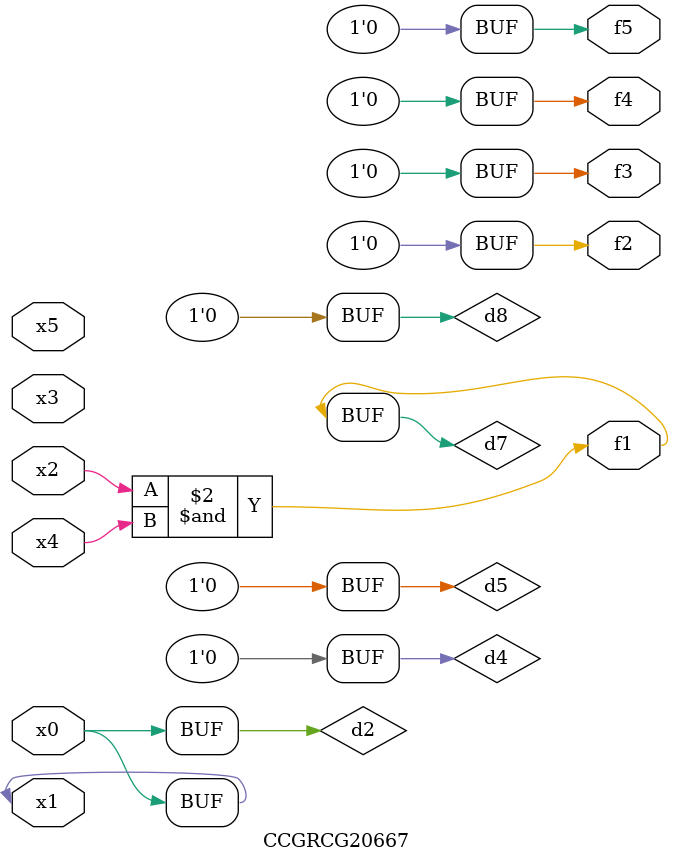
<source format=v>
module CCGRCG20667(
	input x0, x1, x2, x3, x4, x5,
	output f1, f2, f3, f4, f5
);

	wire d1, d2, d3, d4, d5, d6, d7, d8, d9;

	nand (d1, x1);
	buf (d2, x0, x1);
	nand (d3, x2, x4);
	and (d4, d1, d2);
	and (d5, d1, d2);
	nand (d6, d1, d3);
	not (d7, d3);
	xor (d8, d5);
	nor (d9, d5, d6);
	assign f1 = d7;
	assign f2 = d8;
	assign f3 = d8;
	assign f4 = d8;
	assign f5 = d8;
endmodule

</source>
